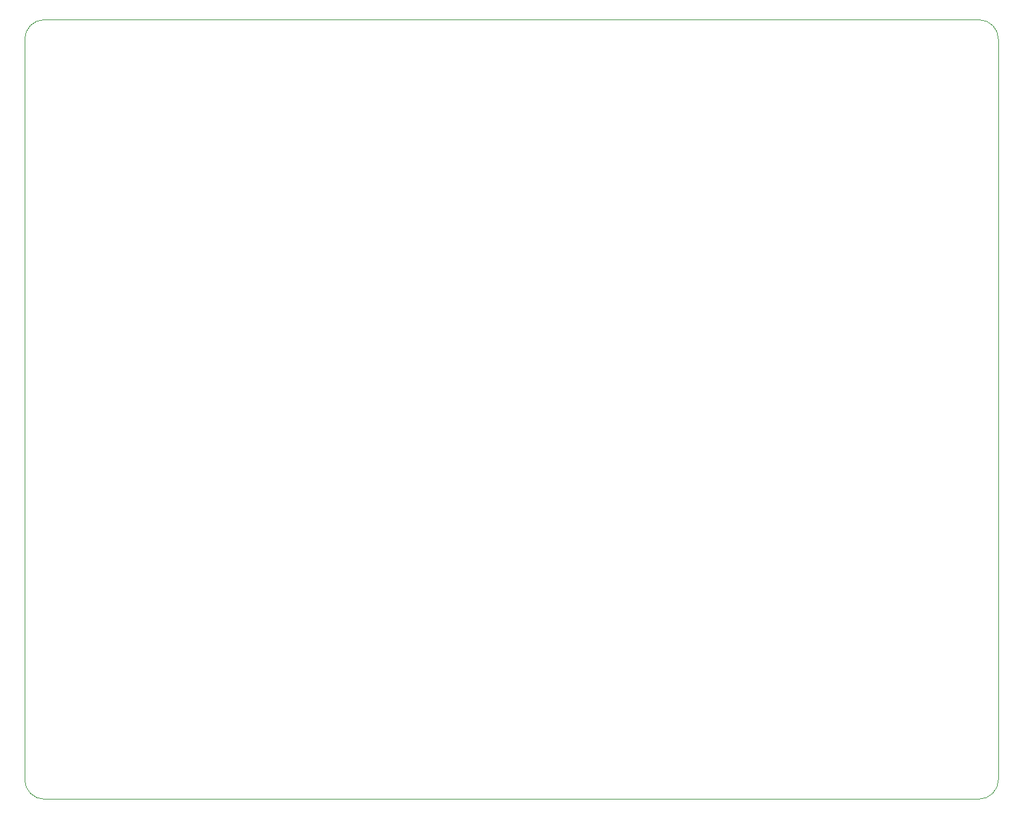
<source format=gbr>
%TF.GenerationSoftware,KiCad,Pcbnew,(6.0.5)*%
%TF.CreationDate,2022-05-14T14:58:19-07:00*%
%TF.ProjectId,li-ion-horn,6c692d69-6f6e-42d6-986f-726e2e6b6963,rev?*%
%TF.SameCoordinates,Original*%
%TF.FileFunction,Profile,NP*%
%FSLAX46Y46*%
G04 Gerber Fmt 4.6, Leading zero omitted, Abs format (unit mm)*
G04 Created by KiCad (PCBNEW (6.0.5)) date 2022-05-14 14:58:19*
%MOMM*%
%LPD*%
G01*
G04 APERTURE LIST*
%TA.AperFunction,Profile*%
%ADD10C,0.100000*%
%TD*%
G04 APERTURE END LIST*
D10*
X175260000Y-152400000D02*
X53340000Y-152400000D01*
X50800000Y-149860000D02*
X50800000Y-53340000D01*
X50800000Y-149860000D02*
G75*
G03*
X53340000Y-152400000I2540000J0D01*
G01*
X53340000Y-50800000D02*
G75*
G03*
X50800000Y-53340000I0J-2540000D01*
G01*
X177800000Y-53340000D02*
X177800000Y-149860000D01*
X175260000Y-152400000D02*
G75*
G03*
X177800000Y-149860000I0J2540000D01*
G01*
X177800000Y-53340000D02*
G75*
G03*
X175260000Y-50800000I-2540000J0D01*
G01*
X53340000Y-50800000D02*
X175260000Y-50800000D01*
M02*

</source>
